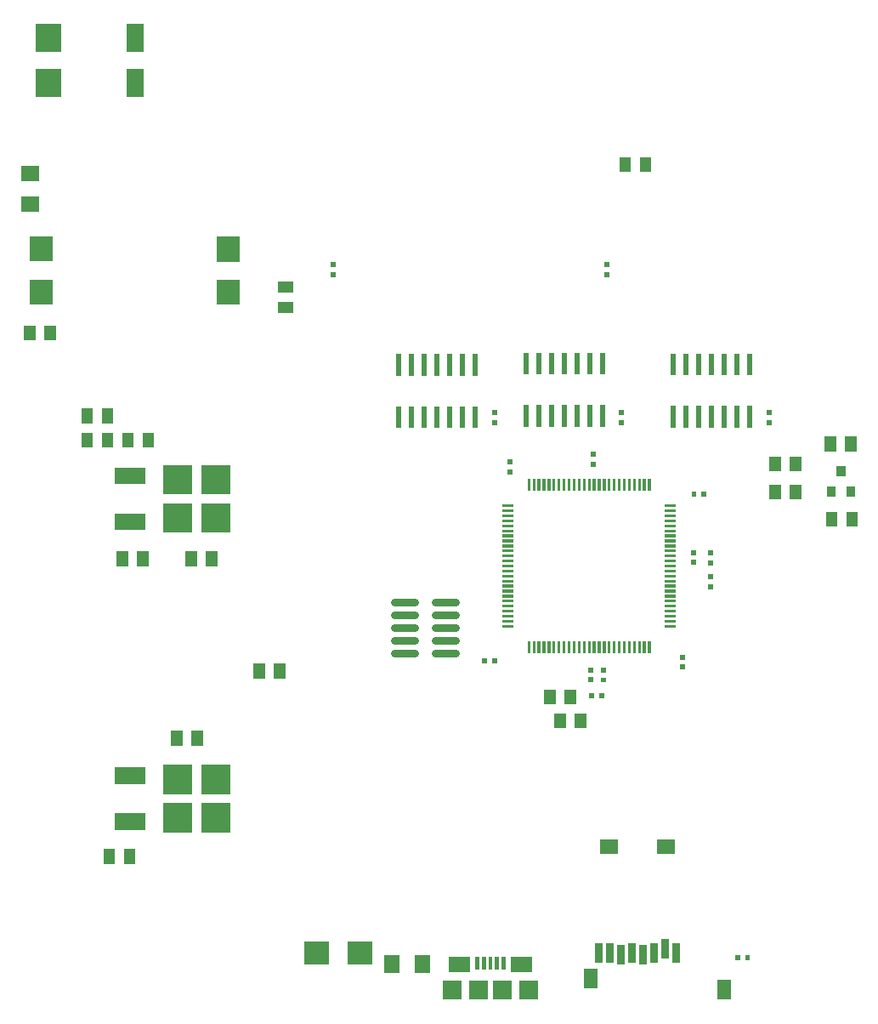
<source format=gtp>
G04 start of page 15 for group -4015 idx -4015 *
G04 Title: (unknown), toppaste *
G04 Creator: pcb 20140316 *
G04 CreationDate: Sun 31 Aug 2014 13:13:00 GMT UTC *
G04 For: michael *
G04 Format: Gerber/RS-274X *
G04 PCB-Dimensions (mil): 3930.00 3937.00 *
G04 PCB-Coordinate-Origin: lower left *
%MOIN*%
%FSLAX25Y25*%
%LNTOPPASTE*%
%ADD200R,0.0669X0.0669*%
%ADD199R,0.1024X0.1024*%
%ADD198R,0.0551X0.0551*%
%ADD197R,0.0315X0.0315*%
%ADD196R,0.0650X0.0650*%
%ADD195R,0.0110X0.0110*%
%ADD194R,0.0600X0.0600*%
%ADD193R,0.0906X0.0906*%
%ADD192C,0.0290*%
%ADD191R,0.0709X0.0709*%
%ADD190R,0.0630X0.0630*%
%ADD189R,0.0158X0.0158*%
%ADD188C,0.0001*%
%ADD187R,0.0200X0.0200*%
%ADD186R,0.0450X0.0450*%
%ADD185R,0.0340X0.0340*%
G54D185*X328809Y201809D02*Y201209D01*
X336609Y201809D02*Y201209D01*
X332709Y210009D02*Y209409D01*
G54D186*X248000Y330400D02*Y329000D01*
X256000Y330400D02*Y329000D01*
X14500Y264400D02*Y263000D01*
X22500Y264400D02*Y263000D01*
G54D187*X239300Y254950D02*Y248450D01*
X234300Y254950D02*Y248450D01*
X229300Y254950D02*Y248450D01*
X224300Y254950D02*Y248450D01*
X219300Y254950D02*Y248450D01*
X214300Y254950D02*Y248450D01*
X209300Y254950D02*Y248450D01*
Y234450D02*Y227950D01*
X214300Y234450D02*Y227950D01*
X219300Y234450D02*Y227950D01*
X224300Y234450D02*Y227950D01*
X229300Y234450D02*Y227950D01*
X234300Y234450D02*Y227950D01*
X239300Y234450D02*Y227950D01*
G54D188*G36*
X295078Y19785D02*Y17816D01*
X297047D01*
Y19785D01*
X295078D01*
G37*
G36*
X291141D02*Y17816D01*
X293110D01*
Y19785D01*
X291141D01*
G37*
G54D187*X297000Y254700D02*Y248200D01*
X292000Y254700D02*Y248200D01*
X287000Y254700D02*Y248200D01*
X282000Y254700D02*Y248200D01*
X277000Y254700D02*Y248200D01*
X272000Y254700D02*Y248200D01*
X267000Y254700D02*Y248200D01*
Y234200D02*Y227700D01*
X272000Y234200D02*Y227700D01*
X277000Y234200D02*Y227700D01*
X282000Y234200D02*Y227700D01*
X287000Y234200D02*Y227700D01*
X292000Y234200D02*Y227700D01*
X297000Y234200D02*Y227700D01*
X189200Y254550D02*Y248050D01*
X184200Y254550D02*Y248050D01*
X179200Y254550D02*Y248050D01*
X174200Y254550D02*Y248050D01*
X169200Y254550D02*Y248050D01*
X164200Y254550D02*Y248050D01*
X159200Y254550D02*Y248050D01*
Y234050D02*Y227550D01*
X164200Y234050D02*Y227550D01*
X169200Y234050D02*Y227550D01*
X174200Y234050D02*Y227550D01*
X179200Y234050D02*Y227550D01*
X184200Y234050D02*Y227550D01*
X189200Y234050D02*Y227550D01*
G54D186*X222641Y112378D02*Y110978D01*
X230641Y112378D02*Y110978D01*
G54D189*X195225Y18602D02*Y14862D01*
X200343Y18602D02*Y14862D01*
X190107Y18602D02*Y14862D01*
X197784Y18602D02*Y14862D01*
X192666Y18602D02*Y14862D01*
G54D190*X182036Y16240D02*X184004D01*
X206445D02*X208414D01*
G54D191*X180264Y6397D02*Y6003D01*
G54D188*G36*
X186760Y9940D02*Y2460D01*
X194240D01*
Y9940D01*
X186760D01*
G37*
G36*
X196209D02*Y2460D01*
X203689D01*
Y9940D01*
X196209D01*
G37*
G54D191*X210185Y6397D02*Y6003D01*
G54D186*X218600Y121800D02*Y120400D01*
X226600Y121800D02*Y120400D01*
G54D192*X173578Y138391D02*X181678D01*
X173578Y143391D02*X181678D01*
X173578Y148391D02*X181678D01*
X173578Y153391D02*X181678D01*
X173578Y158391D02*X181678D01*
X157578Y138391D02*X165678D01*
X157578Y143391D02*X165678D01*
X157578Y148391D02*X165678D01*
X157578Y153391D02*X165678D01*
X157578Y158391D02*X165678D01*
G54D186*X104500Y131900D02*Y130500D01*
X112500Y131900D02*Y130500D01*
G54D188*G36*
X192016Y136184D02*Y134215D01*
X193985D01*
Y136184D01*
X192016D01*
G37*
G36*
X195953D02*Y134215D01*
X197922D01*
Y136184D01*
X195953D01*
G37*
G36*
X237952Y122685D02*Y120716D01*
X239921D01*
Y122685D01*
X237952D01*
G37*
G36*
X234015D02*Y120716D01*
X235984D01*
Y122685D01*
X234015D01*
G37*
G36*
X238721Y128698D02*Y126729D01*
X240690D01*
Y128698D01*
X238721D01*
G37*
G36*
Y132635D02*Y130666D01*
X240690D01*
Y132635D01*
X238721D01*
G37*
G36*
X278015Y201685D02*Y199716D01*
X279984D01*
Y201685D01*
X278015D01*
G37*
G36*
X274078D02*Y199716D01*
X276047D01*
Y201685D01*
X274078D01*
G37*
G36*
X196015Y233621D02*Y231652D01*
X197984D01*
Y233621D01*
X196015D01*
G37*
G36*
Y229684D02*Y227715D01*
X197984D01*
Y229684D01*
X196015D01*
G37*
G36*
X303515Y233621D02*Y231652D01*
X305484D01*
Y233621D01*
X303515D01*
G37*
G36*
Y229684D02*Y227715D01*
X305484D01*
Y229684D01*
X303515D01*
G37*
G36*
X234515Y217121D02*Y215152D01*
X236484D01*
Y217121D01*
X234515D01*
G37*
G36*
Y213184D02*Y211215D01*
X236484D01*
Y213184D01*
X234515D01*
G37*
G36*
X233579Y128748D02*Y126779D01*
X235548D01*
Y128748D01*
X233579D01*
G37*
G36*
Y132685D02*Y130716D01*
X235548D01*
Y132685D01*
X233579D01*
G37*
G36*
X245515Y233621D02*Y231652D01*
X247484D01*
Y233621D01*
X245515D01*
G37*
G36*
Y229684D02*Y227715D01*
X247484D01*
Y229684D01*
X245515D01*
G37*
G36*
X202015Y214184D02*Y212215D01*
X203984D01*
Y214184D01*
X202015D01*
G37*
G36*
Y210247D02*Y208278D01*
X203984D01*
Y210247D01*
X202015D01*
G37*
G36*
X269516Y133748D02*Y131779D01*
X271485D01*
Y133748D01*
X269516D01*
G37*
G36*
Y137685D02*Y135716D01*
X271485D01*
Y137685D01*
X269516D01*
G37*
G54D193*X19000Y280164D02*Y279377D01*
Y297093D02*Y296306D01*
G54D194*X14100Y326300D02*X15100D01*
X14100Y314300D02*X15100D01*
G54D193*X92500Y280094D02*Y279307D01*
Y297023D02*Y296236D01*
G54D194*X168400Y16900D02*Y15900D01*
X156400Y16900D02*Y15900D01*
G54D193*X126677Y20700D02*X127464D01*
X143606D02*X144393D01*
G54D186*X314900Y202100D02*Y200700D01*
X306900Y202100D02*Y200700D01*
X314859Y213122D02*Y211722D01*
X306859Y213122D02*Y211722D01*
G54D188*G36*
X280515Y178621D02*Y176652D01*
X282484D01*
Y178621D01*
X280515D01*
G37*
G36*
Y174684D02*Y172715D01*
X282484D01*
Y174684D01*
X280515D01*
G37*
G36*
X274015Y178684D02*Y176715D01*
X275984D01*
Y178684D01*
X274015D01*
G37*
G36*
Y174747D02*Y172778D01*
X275984D01*
Y174747D01*
X274015D01*
G37*
G36*
X280516Y165248D02*Y163279D01*
X282485D01*
Y165248D01*
X280516D01*
G37*
G36*
Y169185D02*Y167216D01*
X282485D01*
Y169185D01*
X280516D01*
G37*
G54D195*X200453Y196017D02*X203843D01*
X200453Y194049D02*X203843D01*
X200453Y192080D02*X203843D01*
X200453Y190112D02*X203843D01*
X200453Y188143D02*X203843D01*
X200453Y186175D02*X203843D01*
X200453Y184206D02*X203843D01*
X200453Y182238D02*X203843D01*
X200453Y180269D02*X203843D01*
X200453Y178301D02*X203843D01*
X200453Y176332D02*X203843D01*
X200453Y174364D02*X203843D01*
X200453Y172395D02*X203843D01*
X200453Y170427D02*X203843D01*
X200453Y168458D02*X203843D01*
X200453Y166490D02*X203843D01*
X200453Y164521D02*X203843D01*
X200453Y162553D02*X203843D01*
X200453Y160584D02*X203843D01*
X200453Y158616D02*X203843D01*
X200453Y156647D02*X203843D01*
X200453Y154679D02*X203843D01*
X200453Y152710D02*X203843D01*
X200453Y150742D02*X203843D01*
X200453Y148773D02*X203843D01*
X210331Y142285D02*Y138895D01*
X212299Y142285D02*Y138895D01*
X214268Y142285D02*Y138895D01*
X216236Y142285D02*Y138895D01*
X218205Y142285D02*Y138895D01*
X220173Y142285D02*Y138895D01*
X222142Y142285D02*Y138895D01*
X224110Y142285D02*Y138895D01*
X226079Y142285D02*Y138895D01*
X228047Y142285D02*Y138895D01*
X230016Y142285D02*Y138895D01*
X231984Y142285D02*Y138895D01*
X233953Y142285D02*Y138895D01*
X235921Y142285D02*Y138895D01*
X237890Y142285D02*Y138895D01*
X239858Y142285D02*Y138895D01*
X241827Y142285D02*Y138895D01*
X243795Y142285D02*Y138895D01*
X245764Y142285D02*Y138895D01*
X247732Y142285D02*Y138895D01*
X249701Y142285D02*Y138895D01*
X251669Y142285D02*Y138895D01*
X253638Y142285D02*Y138895D01*
X255606Y142285D02*Y138895D01*
X257575Y142285D02*Y138895D01*
X264063Y148773D02*X267453D01*
X264063Y150741D02*X267453D01*
X264063Y152710D02*X267453D01*
X264063Y154678D02*X267453D01*
X264063Y156647D02*X267453D01*
X264063Y158615D02*X267453D01*
X264063Y160584D02*X267453D01*
X264063Y162552D02*X267453D01*
X264063Y164521D02*X267453D01*
X264063Y166489D02*X267453D01*
X264063Y168458D02*X267453D01*
X264063Y170426D02*X267453D01*
X264063Y172395D02*X267453D01*
X264063Y174363D02*X267453D01*
X264063Y176332D02*X267453D01*
X264063Y178300D02*X267453D01*
X264063Y180269D02*X267453D01*
X264063Y182237D02*X267453D01*
X264063Y184206D02*X267453D01*
X264063Y186174D02*X267453D01*
X264063Y188143D02*X267453D01*
X264063Y190111D02*X267453D01*
X264063Y192080D02*X267453D01*
X264063Y194048D02*X267453D01*
X264063Y196017D02*X267453D01*
X257575Y205895D02*Y202505D01*
X255607Y205895D02*Y202505D01*
X253638Y205895D02*Y202505D01*
X251670Y205895D02*Y202505D01*
X249701Y205895D02*Y202505D01*
X247733Y205895D02*Y202505D01*
X245764Y205895D02*Y202505D01*
X243796Y205895D02*Y202505D01*
X241827Y205895D02*Y202505D01*
X239859Y205895D02*Y202505D01*
X237890Y205895D02*Y202505D01*
X235922Y205895D02*Y202505D01*
X233953Y205895D02*Y202505D01*
X231985Y205895D02*Y202505D01*
X230016Y205895D02*Y202505D01*
X228048Y205895D02*Y202505D01*
X226079Y205895D02*Y202505D01*
X224111Y205895D02*Y202505D01*
X222142Y205895D02*Y202505D01*
X220174Y205895D02*Y202505D01*
X218205Y205895D02*Y202505D01*
X216237Y205895D02*Y202505D01*
X214268Y205895D02*Y202505D01*
X212300Y205895D02*Y202505D01*
X210331Y205895D02*Y202505D01*
G54D186*X72206Y105680D02*Y104280D01*
X80206Y105680D02*Y104280D01*
G54D188*G36*
X81750Y79450D02*Y67950D01*
X93250D01*
Y79450D01*
X81750D01*
G37*
G36*
Y94450D02*Y82950D01*
X93250D01*
Y94450D01*
X81750D01*
G37*
G36*
X66750Y79450D02*Y67950D01*
X78250D01*
Y79450D01*
X66750D01*
G37*
G36*
Y94450D02*Y82950D01*
X78250D01*
Y94450D01*
X66750D01*
G37*
G54D196*X51000Y72200D02*X56500D01*
X51000Y90200D02*X56500D01*
G54D186*X45706Y59180D02*Y57780D01*
X53706Y59180D02*Y57780D01*
G54D188*G36*
X81750Y196950D02*Y185450D01*
X93250D01*
Y196950D01*
X81750D01*
G37*
G36*
Y211950D02*Y200450D01*
X93250D01*
Y211950D01*
X81750D01*
G37*
G36*
X66750Y196950D02*Y185450D01*
X78250D01*
Y196950D01*
X66750D01*
G37*
G36*
Y211950D02*Y200450D01*
X78250D01*
Y211950D01*
X66750D01*
G37*
G54D196*X51000Y189700D02*X56500D01*
X51000Y207700D02*X56500D01*
G54D186*X77823Y175912D02*Y174512D01*
X85823Y175912D02*Y174512D01*
X58823Y175912D02*Y174512D01*
X50823Y175912D02*Y174512D01*
X114300Y281700D02*X115700D01*
X114300Y273700D02*X115700D01*
G54D197*X268055Y23101D02*Y18601D01*
X263724Y24676D02*Y20176D01*
X259394Y23101D02*Y18601D01*
X255063Y22313D02*Y17813D01*
X250732Y23101D02*Y18601D01*
X246402Y22313D02*Y17813D01*
X242071Y23101D02*Y18601D01*
X237740Y23101D02*Y18601D01*
G54D198*X234591Y11683D02*Y9715D01*
X240890Y62471D02*X242465D01*
X263331D02*X264906D01*
X286953Y7353D02*Y5384D01*
G54D186*X329000Y191400D02*Y190000D01*
X337000Y191400D02*Y190000D01*
X328500Y220900D02*Y219500D01*
X336500Y220900D02*Y219500D01*
X37000Y231900D02*Y230500D01*
X45000Y231900D02*Y230500D01*
X37000Y222400D02*Y221000D01*
X45000Y222400D02*Y221000D01*
X53000Y222400D02*Y221000D01*
X61000Y222400D02*Y221000D01*
G54D188*G36*
X132515Y291621D02*Y289652D01*
X134484D01*
Y291621D01*
X132515D01*
G37*
G36*
Y287684D02*Y285715D01*
X134484D01*
Y287684D01*
X132515D01*
G37*
G36*
X240050Y291556D02*Y289588D01*
X242020D01*
Y291556D01*
X240050D01*
G37*
G36*
Y287620D02*Y285650D01*
X242020D01*
Y287620D01*
X240050D01*
G37*
G54D199*X21858Y362003D02*Y361216D01*
Y379720D02*Y378932D01*
G54D200*X55913Y363775D02*Y359444D01*
Y381491D02*Y377161D01*
M02*

</source>
